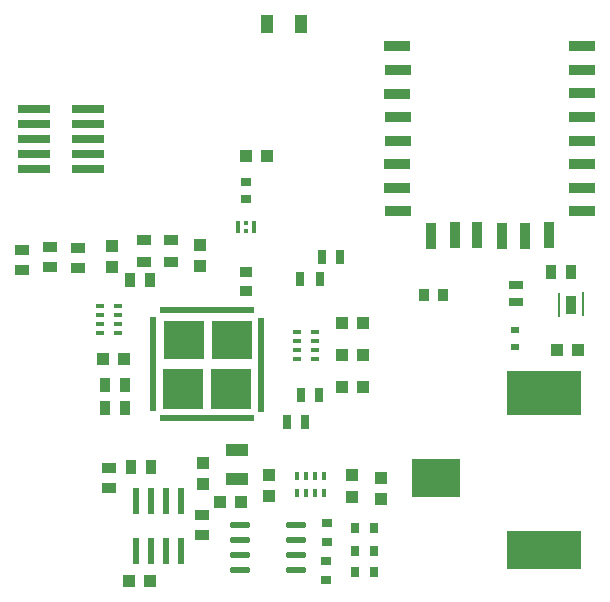
<source format=gtp>
G04 Layer_Color=8421504*
%FSLAX24Y24*%
%MOIN*%
G70*
G01*
G75*
%ADD10R,0.0433X0.0433*%
%ADD11R,0.0433X0.0433*%
%ADD12R,0.0748X0.0433*%
%ADD13R,0.0512X0.0335*%
%ADD14R,0.0177X0.0394*%
%ADD15R,0.0138X0.0138*%
%ADD16R,0.0335X0.0512*%
%ADD17R,0.0394X0.0354*%
%ADD18R,0.0472X0.0315*%
%ADD19R,0.0315X0.0472*%
%ADD20R,0.2500X0.1299*%
%ADD21R,0.2500X0.1500*%
%ADD22R,0.1598X0.1299*%
%ADD27R,0.0354X0.0315*%
%ADD28R,0.0354X0.0394*%
%ADD37R,0.0197X0.0886*%
%ADD63R,0.0336X0.0577*%
%ADD64R,0.0370X0.0910*%
%ADD65R,0.0910X0.0370*%
%ADD66R,0.0190X0.3150*%
%ADD67R,0.0190X0.3120*%
%ADD68R,0.3120X0.0190*%
%ADD69R,0.3170X0.0190*%
%ADD70R,0.1330X0.1300*%
%ADD71R,0.1360X0.1310*%
%ADD72R,0.1350X0.1330*%
%ADD73R,0.1330X0.1330*%
%ADD74R,0.0090X0.0790*%
%ADD75R,0.0090X0.0800*%
G04:AMPARAMS|DCode=76|XSize=31.4mil|YSize=59mil|CornerRadius=0mil|HoleSize=0mil|Usage=FLASHONLY|Rotation=180.000|XOffset=0mil|YOffset=0mil|HoleType=Round|Shape=RoundedRectangle|*
%AMROUNDEDRECTD76*
21,1,0.0314,0.0590,0,0,180.0*
21,1,0.0314,0.0590,0,0,180.0*
1,1,0.0000,-0.0157,0.0295*
1,1,0.0000,0.0157,0.0295*
1,1,0.0000,0.0157,-0.0295*
1,1,0.0000,-0.0157,-0.0295*
%
%ADD76ROUNDEDRECTD76*%
%ADD77R,0.0393X0.0393*%
%ADD78R,0.0314X0.0236*%
%ADD79R,0.0393X0.0393*%
%ADD80R,0.1102X0.0251*%
%ADD81R,0.0354X0.0314*%
%ADD82R,0.0314X0.0354*%
%ADD83R,0.0295X0.0472*%
%ADD84R,0.0432X0.0649*%
%ADD85O,0.0708X0.0196*%
%ADD86R,0.0472X0.0373*%
%ADD87R,0.0141X0.0310*%
%ADD88R,0.0310X0.0141*%
D10*
X11517Y11296D02*
D03*
Y12004D02*
D03*
X17437Y11484D02*
D03*
Y10776D02*
D03*
X13697Y11584D02*
D03*
Y10876D02*
D03*
D11*
X12073Y10680D02*
D03*
X12781D02*
D03*
X13647Y22225D02*
D03*
X12938D02*
D03*
X16143Y14520D02*
D03*
X16851D02*
D03*
X9033Y8050D02*
D03*
X9741D02*
D03*
D12*
X12627Y12432D02*
D03*
Y11448D02*
D03*
D13*
X7337Y19165D02*
D03*
Y18495D02*
D03*
X6397Y18525D02*
D03*
Y19195D02*
D03*
X5477Y19095D02*
D03*
Y18425D02*
D03*
X11467Y9595D02*
D03*
Y10265D02*
D03*
X8367Y11835D02*
D03*
Y11165D02*
D03*
D14*
X12681Y19860D02*
D03*
X13193D02*
D03*
D15*
X12937Y19732D02*
D03*
Y19988D02*
D03*
D16*
X23772Y18350D02*
D03*
X23102D02*
D03*
X8222Y14590D02*
D03*
X8892D02*
D03*
X9082Y18100D02*
D03*
X9752D02*
D03*
X8892Y13820D02*
D03*
X8222D02*
D03*
X9092Y11860D02*
D03*
X9762D02*
D03*
D17*
X12937Y17735D02*
D03*
Y18365D02*
D03*
D18*
X21937Y17935D02*
D03*
Y17345D02*
D03*
D19*
X15372Y14250D02*
D03*
X14782D02*
D03*
X16072Y18870D02*
D03*
X15482D02*
D03*
X14302Y13370D02*
D03*
X14892D02*
D03*
D20*
X22856Y9074D02*
D03*
D21*
Y14306D02*
D03*
D22*
X19258Y11475D02*
D03*
D27*
X12928Y20796D02*
D03*
Y21348D02*
D03*
D28*
X19512Y17580D02*
D03*
X18882D02*
D03*
D37*
X10767Y10717D02*
D03*
X10267D02*
D03*
X9767D02*
D03*
X9267D02*
D03*
Y9043D02*
D03*
X9767D02*
D03*
X10267D02*
D03*
X10767D02*
D03*
D63*
X23757Y17260D02*
D03*
D64*
X19092Y19555D02*
D03*
X19902Y19585D02*
D03*
X20652Y19575D02*
D03*
X21462Y19565D02*
D03*
X22252Y19555D02*
D03*
X23022Y19585D02*
D03*
D65*
X24132Y21155D02*
D03*
Y21955D02*
D03*
X24142Y22735D02*
D03*
Y23525D02*
D03*
X24132Y24315D02*
D03*
Y25885D02*
D03*
X24142Y25105D02*
D03*
Y20395D02*
D03*
X17992Y20385D02*
D03*
Y25095D02*
D03*
X17982Y25875D02*
D03*
Y24305D02*
D03*
X17992Y23515D02*
D03*
Y22725D02*
D03*
X17982Y21945D02*
D03*
Y21145D02*
D03*
D66*
X9842Y15285D02*
D03*
D67*
X13452Y15270D02*
D03*
D68*
X11637Y17075D02*
D03*
D69*
X11632Y13485D02*
D03*
D70*
X12462Y16090D02*
D03*
D71*
X10857Y16085D02*
D03*
D72*
X10852Y14465D02*
D03*
D73*
X12452D02*
D03*
D74*
X23384Y17266D02*
D03*
D75*
X24154Y17282D02*
D03*
D76*
X23757Y17260D02*
D03*
D77*
X24001Y15770D02*
D03*
X23293D02*
D03*
X16831Y15590D02*
D03*
X16123D02*
D03*
X8881Y15470D02*
D03*
X8173D02*
D03*
X16123Y16650D02*
D03*
X16831D02*
D03*
D78*
X21917Y16406D02*
D03*
Y15854D02*
D03*
D79*
X11417Y18546D02*
D03*
Y19254D02*
D03*
X8457Y19224D02*
D03*
Y18516D02*
D03*
X16467Y11574D02*
D03*
Y10866D02*
D03*
D80*
X7657Y21800D02*
D03*
Y22300D02*
D03*
Y22800D02*
D03*
Y23300D02*
D03*
Y23800D02*
D03*
X5857D02*
D03*
Y23300D02*
D03*
Y22800D02*
D03*
Y22300D02*
D03*
Y21800D02*
D03*
D81*
X15637Y9355D02*
D03*
Y9985D02*
D03*
X15617Y8085D02*
D03*
Y8715D02*
D03*
D82*
X16582Y8340D02*
D03*
X17212D02*
D03*
X17192Y9070D02*
D03*
X16562D02*
D03*
X16582Y9810D02*
D03*
X17212D02*
D03*
D83*
X14732Y18130D02*
D03*
X15402D02*
D03*
D84*
X13634Y26620D02*
D03*
X14756D02*
D03*
D85*
X14602Y9910D02*
D03*
Y9410D02*
D03*
Y8910D02*
D03*
Y8410D02*
D03*
X12752Y9910D02*
D03*
Y9410D02*
D03*
Y8910D02*
D03*
Y8410D02*
D03*
D86*
X9544Y19414D02*
D03*
Y18686D02*
D03*
X10450D02*
D03*
Y19414D02*
D03*
D87*
X15230Y11563D02*
D03*
X14930D02*
D03*
X14631D02*
D03*
X15529D02*
D03*
X14631Y10973D02*
D03*
X15529D02*
D03*
X15230D02*
D03*
X14930D02*
D03*
D88*
X8670Y16607D02*
D03*
Y16906D02*
D03*
Y17206D02*
D03*
Y16308D02*
D03*
X8080Y17206D02*
D03*
Y16308D02*
D03*
Y16607D02*
D03*
Y16906D02*
D03*
X14643Y16053D02*
D03*
Y15754D02*
D03*
Y15454D02*
D03*
Y16352D02*
D03*
X15234Y15454D02*
D03*
Y16352D02*
D03*
Y16053D02*
D03*
Y15754D02*
D03*
M02*

</source>
